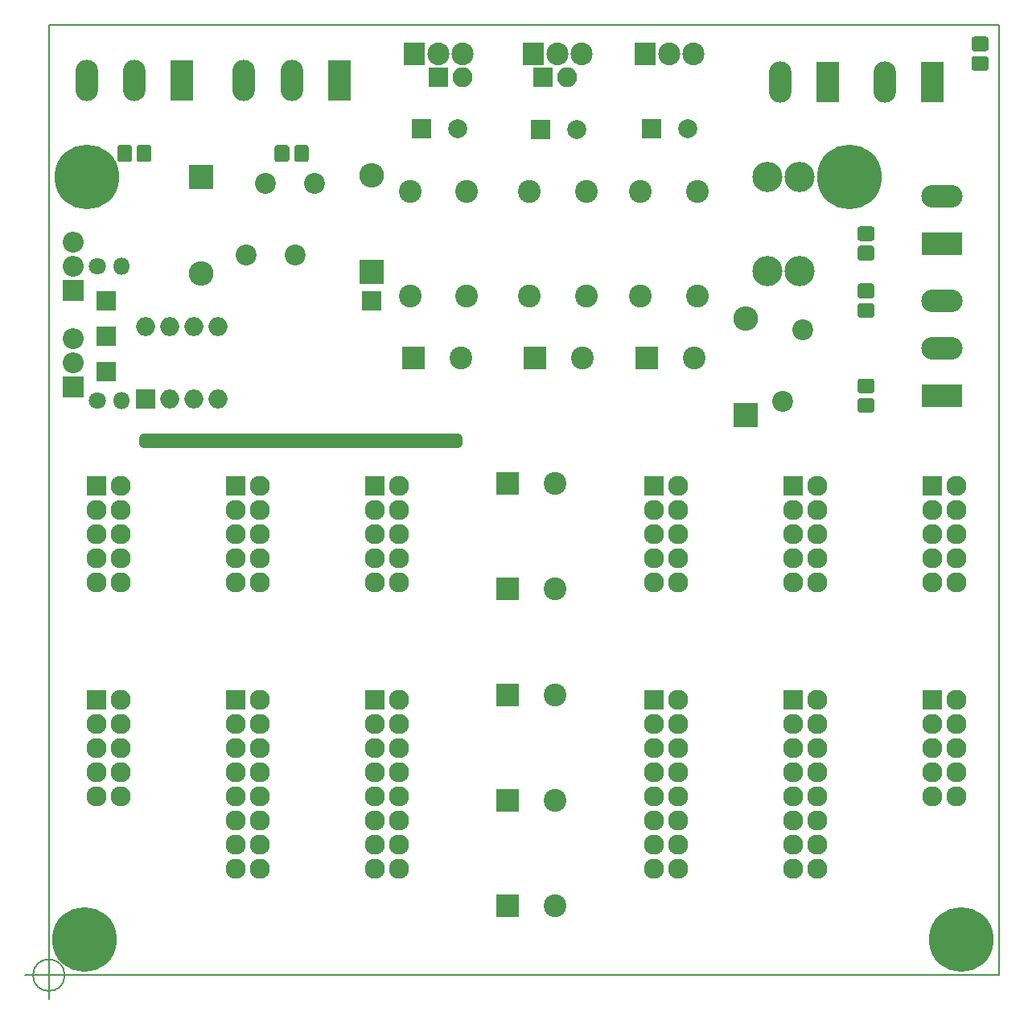
<source format=gbr>
%TF.GenerationSoftware,KiCad,Pcbnew,(5.0.0)*%
%TF.CreationDate,2019-01-09T00:45:42+01:00*%
%TF.ProjectId,KicadEuropower,4B696361644575726F706F7765722E6B,Rev A*%
%TF.SameCoordinates,Original*%
%TF.FileFunction,Soldermask,Top*%
%TF.FilePolarity,Negative*%
%FSLAX46Y46*%
G04 Gerber Fmt 4.6, Leading zero omitted, Abs format (unit mm)*
G04 Created by KiCad (PCBNEW (5.0.0)) date 01/09/19 00:45:42*
%MOMM*%
%LPD*%
G01*
G04 APERTURE LIST*
%ADD10C,1.000000*%
%ADD11C,0.150000*%
%ADD12C,0.200000*%
%ADD13C,1.200000*%
%ADD14C,6.800000*%
%ADD15C,3.180000*%
%ADD16R,2.127200X2.127200*%
%ADD17O,2.127200X2.127200*%
%ADD18C,2.200000*%
%ADD19C,2.000000*%
%ADD20R,2.000000X2.000000*%
%ADD21C,2.398980*%
%ADD22O,2.380000X4.360000*%
%ADD23R,2.380000X4.360000*%
%ADD24R,4.360000X2.380000*%
%ADD25O,4.360000X2.380000*%
%ADD26R,2.305000X2.400000*%
%ADD27O,2.305000X2.400000*%
%ADD28O,2.600000X2.600000*%
%ADD29R,2.600000X2.600000*%
%ADD30C,1.550000*%
%ADD31C,2.400000*%
%ADD32R,2.400000X2.400000*%
%ADD33O,2.200000X2.200000*%
%ADD34R,2.200000X2.200000*%
%ADD35O,1.800000X1.800000*%
%ADD36C,1.800000*%
%ADD37O,2.000000X2.000000*%
%ADD38R,2.100000X2.100000*%
%ADD39O,2.100000X2.100000*%
G04 APERTURE END LIST*
D10*
X10000000Y-44000000D02*
X10000000Y-43500000D01*
X43000000Y-44000000D02*
X10000000Y-44000000D01*
X43000000Y-43500000D02*
X43000000Y-44000000D01*
X10000000Y-43500000D02*
X43000000Y-43500000D01*
D11*
X1666666Y-100000000D02*
G75*
G03X1666666Y-100000000I-1666666J0D01*
G01*
X-2500000Y-100000000D02*
X2500000Y-100000000D01*
X0Y-97500000D02*
X0Y-102500000D01*
D12*
X100000000Y0D02*
X0Y0D01*
X100000000Y-100000000D02*
X100000000Y0D01*
X0Y-100000000D02*
X100000000Y-100000000D01*
X0Y0D02*
X0Y-100000000D01*
D13*
X85947056Y-14302944D03*
X84250000Y-13600000D03*
X82552944Y-14302944D03*
X81850000Y-16000000D03*
X82552944Y-17697056D03*
X84250000Y-18400000D03*
X85947056Y-17697056D03*
X86650000Y-16000000D03*
D14*
X84250000Y-16000000D03*
X4000000Y-16000000D03*
D13*
X6400000Y-16000000D03*
X5697056Y-17697056D03*
X4000000Y-18400000D03*
X2302944Y-17697056D03*
X1600000Y-16000000D03*
X2302944Y-14302944D03*
X4000000Y-13600000D03*
X5697056Y-14302944D03*
D14*
X96000000Y-96250000D03*
D13*
X98400000Y-96250000D03*
X97697056Y-97947056D03*
X96000000Y-98650000D03*
X94302944Y-97947056D03*
X93600000Y-96250000D03*
X94302944Y-94552944D03*
X96000000Y-93850000D03*
X97697056Y-94552944D03*
D15*
X79000000Y-16000000D03*
X75600000Y-16000000D03*
X79000000Y-25920000D03*
X75600000Y-25920000D03*
D16*
X78333330Y-48535001D03*
D17*
X80873330Y-48535001D03*
X78333330Y-51075001D03*
X80873330Y-51075001D03*
X78333330Y-53615001D03*
X80873330Y-53615001D03*
X78333330Y-56155001D03*
X80873330Y-56155001D03*
X78333330Y-58695001D03*
X80873330Y-58695001D03*
D16*
X63666664Y-71000000D03*
D17*
X66206664Y-71000000D03*
X63666664Y-73540000D03*
X66206664Y-73540000D03*
X63666664Y-76080000D03*
X66206664Y-76080000D03*
X63666664Y-78620000D03*
X66206664Y-78620000D03*
X63666664Y-81160000D03*
X66206664Y-81160000D03*
X63666664Y-83700000D03*
X66206664Y-83700000D03*
X63666664Y-86240000D03*
X66206664Y-86240000D03*
X63666664Y-88780000D03*
X66206664Y-88780000D03*
X95540000Y-58695001D03*
X93000000Y-58695001D03*
X95540000Y-56155001D03*
X93000000Y-56155001D03*
X95540000Y-53615001D03*
X93000000Y-53615001D03*
X95540000Y-51075001D03*
X93000000Y-51075001D03*
X95540000Y-48535001D03*
D16*
X93000000Y-48535001D03*
D17*
X22206666Y-88780000D03*
X19666666Y-88780000D03*
X22206666Y-86240000D03*
X19666666Y-86240000D03*
X22206666Y-83700000D03*
X19666666Y-83700000D03*
X22206666Y-81160000D03*
X19666666Y-81160000D03*
X22206666Y-78620000D03*
X19666666Y-78620000D03*
X22206666Y-76080000D03*
X19666666Y-76080000D03*
X22206666Y-73540000D03*
X19666666Y-73540000D03*
X22206666Y-71000000D03*
D16*
X19666666Y-71000000D03*
X93000000Y-71000000D03*
D17*
X95540000Y-71000000D03*
X93000000Y-73540000D03*
X95540000Y-73540000D03*
X93000000Y-76080000D03*
X95540000Y-76080000D03*
X93000000Y-78620000D03*
X95540000Y-78620000D03*
X93000000Y-81160000D03*
X95540000Y-81160000D03*
D16*
X34333332Y-71000000D03*
D17*
X36873332Y-71000000D03*
X34333332Y-73540000D03*
X36873332Y-73540000D03*
X34333332Y-76080000D03*
X36873332Y-76080000D03*
X34333332Y-78620000D03*
X36873332Y-78620000D03*
X34333332Y-81160000D03*
X36873332Y-81160000D03*
X34333332Y-83700000D03*
X36873332Y-83700000D03*
X34333332Y-86240000D03*
X36873332Y-86240000D03*
X34333332Y-88780000D03*
X36873332Y-88780000D03*
X7540000Y-58695001D03*
X5000000Y-58695001D03*
X7540000Y-56155001D03*
X5000000Y-56155001D03*
X7540000Y-53615001D03*
X5000000Y-53615001D03*
X7540000Y-51075001D03*
X5000000Y-51075001D03*
X7540000Y-48535001D03*
D16*
X5000000Y-48535001D03*
D17*
X80873330Y-88780000D03*
X78333330Y-88780000D03*
X80873330Y-86240000D03*
X78333330Y-86240000D03*
X80873330Y-83700000D03*
X78333330Y-83700000D03*
X80873330Y-81160000D03*
X78333330Y-81160000D03*
X80873330Y-78620000D03*
X78333330Y-78620000D03*
X80873330Y-76080000D03*
X78333330Y-76080000D03*
X80873330Y-73540000D03*
X78333330Y-73540000D03*
X80873330Y-71000000D03*
D16*
X78333330Y-71000000D03*
D17*
X66206664Y-58695001D03*
X63666664Y-58695001D03*
X66206664Y-56155001D03*
X63666664Y-56155001D03*
X66206664Y-53615001D03*
X63666664Y-53615001D03*
X66206664Y-51075001D03*
X63666664Y-51075001D03*
X66206664Y-48535001D03*
D16*
X63666664Y-48535001D03*
X19666666Y-48535001D03*
D17*
X22206666Y-48535001D03*
X19666666Y-51075001D03*
X22206666Y-51075001D03*
X19666666Y-53615001D03*
X22206666Y-53615001D03*
X19666666Y-56155001D03*
X22206666Y-56155001D03*
X19666666Y-58695001D03*
X22206666Y-58695001D03*
X7540000Y-81160000D03*
X5000000Y-81160000D03*
X7540000Y-78620000D03*
X5000000Y-78620000D03*
X7540000Y-76080000D03*
X5000000Y-76080000D03*
X7540000Y-73540000D03*
X5000000Y-73540000D03*
X7540000Y-71000000D03*
D16*
X5000000Y-71000000D03*
X34290000Y-48535001D03*
D17*
X36830000Y-48535001D03*
X34290000Y-51075001D03*
X36830000Y-51075001D03*
X34290000Y-53615001D03*
X36830000Y-53615001D03*
X34290000Y-56155001D03*
X36830000Y-56155001D03*
X34290000Y-58695001D03*
X36830000Y-58695001D03*
D18*
X79324696Y-32089161D03*
X77274696Y-39589161D03*
D19*
X55537349Y-11000000D03*
D20*
X51737349Y-11000000D03*
X63467349Y-10890000D03*
D19*
X67267349Y-10890000D03*
D20*
X39197349Y-10890000D03*
D19*
X42997349Y-10890000D03*
D21*
X56539740Y-28499100D03*
X56539740Y-17500900D03*
X50540260Y-28499100D03*
X50540260Y-17500900D03*
X68269740Y-28499100D03*
X68269740Y-17500900D03*
X62270260Y-28499100D03*
X62270260Y-17500900D03*
X38000260Y-17500900D03*
X38000260Y-28499100D03*
X43999740Y-17500900D03*
X43999740Y-28499100D03*
D22*
X77000000Y-6000000D03*
D23*
X82000000Y-6000000D03*
X93000000Y-6000000D03*
D22*
X88000000Y-6000000D03*
D24*
X94000000Y-23000000D03*
D25*
X94000000Y-18000000D03*
D23*
X14000000Y-5816585D03*
D22*
X9000000Y-5816585D03*
X4000000Y-5816585D03*
X20553224Y-5816585D03*
X25553224Y-5816585D03*
D23*
X30553224Y-5816585D03*
D24*
X94000000Y-39000000D03*
D25*
X94000000Y-34000000D03*
X94000000Y-29000000D03*
D18*
X28000000Y-16700000D03*
X25950000Y-24200000D03*
X22796854Y-16700000D03*
X20746854Y-24200000D03*
D26*
X51000000Y-3000000D03*
D27*
X53540000Y-3000000D03*
X56080000Y-3000000D03*
D26*
X62730000Y-3000000D03*
D27*
X65270000Y-3000000D03*
X67810000Y-3000000D03*
X43540000Y-3000000D03*
X41000000Y-3000000D03*
D26*
X38460000Y-3000000D03*
D28*
X34000000Y-15840000D03*
D29*
X34000000Y-26000000D03*
X73324696Y-41089161D03*
D28*
X73324696Y-30929161D03*
D11*
G36*
X98596071Y-3251623D02*
X98628781Y-3256475D01*
X98660857Y-3264509D01*
X98691991Y-3275649D01*
X98721884Y-3289787D01*
X98750247Y-3306787D01*
X98776807Y-3326485D01*
X98801308Y-3348692D01*
X98823515Y-3373193D01*
X98843213Y-3399753D01*
X98860213Y-3428116D01*
X98874351Y-3458009D01*
X98885491Y-3489143D01*
X98893525Y-3521219D01*
X98898377Y-3553929D01*
X98900000Y-3586956D01*
X98900000Y-4463044D01*
X98898377Y-4496071D01*
X98893525Y-4528781D01*
X98885491Y-4560857D01*
X98874351Y-4591991D01*
X98860213Y-4621884D01*
X98843213Y-4650247D01*
X98823515Y-4676807D01*
X98801308Y-4701308D01*
X98776807Y-4723515D01*
X98750247Y-4743213D01*
X98721884Y-4760213D01*
X98691991Y-4774351D01*
X98660857Y-4785491D01*
X98628781Y-4793525D01*
X98596071Y-4798377D01*
X98563044Y-4800000D01*
X97436956Y-4800000D01*
X97403929Y-4798377D01*
X97371219Y-4793525D01*
X97339143Y-4785491D01*
X97308009Y-4774351D01*
X97278116Y-4760213D01*
X97249753Y-4743213D01*
X97223193Y-4723515D01*
X97198692Y-4701308D01*
X97176485Y-4676807D01*
X97156787Y-4650247D01*
X97139787Y-4621884D01*
X97125649Y-4591991D01*
X97114509Y-4560857D01*
X97106475Y-4528781D01*
X97101623Y-4496071D01*
X97100000Y-4463044D01*
X97100000Y-3586956D01*
X97101623Y-3553929D01*
X97106475Y-3521219D01*
X97114509Y-3489143D01*
X97125649Y-3458009D01*
X97139787Y-3428116D01*
X97156787Y-3399753D01*
X97176485Y-3373193D01*
X97198692Y-3348692D01*
X97223193Y-3326485D01*
X97249753Y-3306787D01*
X97278116Y-3289787D01*
X97308009Y-3275649D01*
X97339143Y-3264509D01*
X97371219Y-3256475D01*
X97403929Y-3251623D01*
X97436956Y-3250000D01*
X98563044Y-3250000D01*
X98596071Y-3251623D01*
X98596071Y-3251623D01*
G37*
D30*
X98000000Y-4025000D03*
D11*
G36*
X98596071Y-1201623D02*
X98628781Y-1206475D01*
X98660857Y-1214509D01*
X98691991Y-1225649D01*
X98721884Y-1239787D01*
X98750247Y-1256787D01*
X98776807Y-1276485D01*
X98801308Y-1298692D01*
X98823515Y-1323193D01*
X98843213Y-1349753D01*
X98860213Y-1378116D01*
X98874351Y-1408009D01*
X98885491Y-1439143D01*
X98893525Y-1471219D01*
X98898377Y-1503929D01*
X98900000Y-1536956D01*
X98900000Y-2413044D01*
X98898377Y-2446071D01*
X98893525Y-2478781D01*
X98885491Y-2510857D01*
X98874351Y-2541991D01*
X98860213Y-2571884D01*
X98843213Y-2600247D01*
X98823515Y-2626807D01*
X98801308Y-2651308D01*
X98776807Y-2673515D01*
X98750247Y-2693213D01*
X98721884Y-2710213D01*
X98691991Y-2724351D01*
X98660857Y-2735491D01*
X98628781Y-2743525D01*
X98596071Y-2748377D01*
X98563044Y-2750000D01*
X97436956Y-2750000D01*
X97403929Y-2748377D01*
X97371219Y-2743525D01*
X97339143Y-2735491D01*
X97308009Y-2724351D01*
X97278116Y-2710213D01*
X97249753Y-2693213D01*
X97223193Y-2673515D01*
X97198692Y-2651308D01*
X97176485Y-2626807D01*
X97156787Y-2600247D01*
X97139787Y-2571884D01*
X97125649Y-2541991D01*
X97114509Y-2510857D01*
X97106475Y-2478781D01*
X97101623Y-2446071D01*
X97100000Y-2413044D01*
X97100000Y-1536956D01*
X97101623Y-1503929D01*
X97106475Y-1471219D01*
X97114509Y-1439143D01*
X97125649Y-1408009D01*
X97139787Y-1378116D01*
X97156787Y-1349753D01*
X97176485Y-1323193D01*
X97198692Y-1298692D01*
X97223193Y-1276485D01*
X97249753Y-1256787D01*
X97278116Y-1239787D01*
X97308009Y-1225649D01*
X97339143Y-1214509D01*
X97371219Y-1206475D01*
X97403929Y-1201623D01*
X97436956Y-1200000D01*
X98563044Y-1200000D01*
X98596071Y-1201623D01*
X98596071Y-1201623D01*
G37*
D30*
X98000000Y-1975000D03*
D11*
G36*
X24999295Y-12617569D02*
X25032005Y-12622421D01*
X25064081Y-12630455D01*
X25095215Y-12641595D01*
X25125108Y-12655733D01*
X25153471Y-12672733D01*
X25180031Y-12692431D01*
X25204532Y-12714638D01*
X25226739Y-12739139D01*
X25246437Y-12765699D01*
X25263437Y-12794062D01*
X25277575Y-12823955D01*
X25288715Y-12855089D01*
X25296749Y-12887165D01*
X25301601Y-12919875D01*
X25303224Y-12952902D01*
X25303224Y-14078990D01*
X25301601Y-14112017D01*
X25296749Y-14144727D01*
X25288715Y-14176803D01*
X25277575Y-14207937D01*
X25263437Y-14237830D01*
X25246437Y-14266193D01*
X25226739Y-14292753D01*
X25204532Y-14317254D01*
X25180031Y-14339461D01*
X25153471Y-14359159D01*
X25125108Y-14376159D01*
X25095215Y-14390297D01*
X25064081Y-14401437D01*
X25032005Y-14409471D01*
X24999295Y-14414323D01*
X24966268Y-14415946D01*
X24090180Y-14415946D01*
X24057153Y-14414323D01*
X24024443Y-14409471D01*
X23992367Y-14401437D01*
X23961233Y-14390297D01*
X23931340Y-14376159D01*
X23902977Y-14359159D01*
X23876417Y-14339461D01*
X23851916Y-14317254D01*
X23829709Y-14292753D01*
X23810011Y-14266193D01*
X23793011Y-14237830D01*
X23778873Y-14207937D01*
X23767733Y-14176803D01*
X23759699Y-14144727D01*
X23754847Y-14112017D01*
X23753224Y-14078990D01*
X23753224Y-12952902D01*
X23754847Y-12919875D01*
X23759699Y-12887165D01*
X23767733Y-12855089D01*
X23778873Y-12823955D01*
X23793011Y-12794062D01*
X23810011Y-12765699D01*
X23829709Y-12739139D01*
X23851916Y-12714638D01*
X23876417Y-12692431D01*
X23902977Y-12672733D01*
X23931340Y-12655733D01*
X23961233Y-12641595D01*
X23992367Y-12630455D01*
X24024443Y-12622421D01*
X24057153Y-12617569D01*
X24090180Y-12615946D01*
X24966268Y-12615946D01*
X24999295Y-12617569D01*
X24999295Y-12617569D01*
G37*
D30*
X24528224Y-13515946D03*
D11*
G36*
X27049295Y-12617569D02*
X27082005Y-12622421D01*
X27114081Y-12630455D01*
X27145215Y-12641595D01*
X27175108Y-12655733D01*
X27203471Y-12672733D01*
X27230031Y-12692431D01*
X27254532Y-12714638D01*
X27276739Y-12739139D01*
X27296437Y-12765699D01*
X27313437Y-12794062D01*
X27327575Y-12823955D01*
X27338715Y-12855089D01*
X27346749Y-12887165D01*
X27351601Y-12919875D01*
X27353224Y-12952902D01*
X27353224Y-14078990D01*
X27351601Y-14112017D01*
X27346749Y-14144727D01*
X27338715Y-14176803D01*
X27327575Y-14207937D01*
X27313437Y-14237830D01*
X27296437Y-14266193D01*
X27276739Y-14292753D01*
X27254532Y-14317254D01*
X27230031Y-14339461D01*
X27203471Y-14359159D01*
X27175108Y-14376159D01*
X27145215Y-14390297D01*
X27114081Y-14401437D01*
X27082005Y-14409471D01*
X27049295Y-14414323D01*
X27016268Y-14415946D01*
X26140180Y-14415946D01*
X26107153Y-14414323D01*
X26074443Y-14409471D01*
X26042367Y-14401437D01*
X26011233Y-14390297D01*
X25981340Y-14376159D01*
X25952977Y-14359159D01*
X25926417Y-14339461D01*
X25901916Y-14317254D01*
X25879709Y-14292753D01*
X25860011Y-14266193D01*
X25843011Y-14237830D01*
X25828873Y-14207937D01*
X25817733Y-14176803D01*
X25809699Y-14144727D01*
X25804847Y-14112017D01*
X25803224Y-14078990D01*
X25803224Y-12952902D01*
X25804847Y-12919875D01*
X25809699Y-12887165D01*
X25817733Y-12855089D01*
X25828873Y-12823955D01*
X25843011Y-12794062D01*
X25860011Y-12765699D01*
X25879709Y-12739139D01*
X25901916Y-12714638D01*
X25926417Y-12692431D01*
X25952977Y-12672733D01*
X25981340Y-12655733D01*
X26011233Y-12641595D01*
X26042367Y-12630455D01*
X26074443Y-12622421D01*
X26107153Y-12617569D01*
X26140180Y-12615946D01*
X27016268Y-12615946D01*
X27049295Y-12617569D01*
X27049295Y-12617569D01*
G37*
D30*
X26578224Y-13515946D03*
D11*
G36*
X10496071Y-12617569D02*
X10528781Y-12622421D01*
X10560857Y-12630455D01*
X10591991Y-12641595D01*
X10621884Y-12655733D01*
X10650247Y-12672733D01*
X10676807Y-12692431D01*
X10701308Y-12714638D01*
X10723515Y-12739139D01*
X10743213Y-12765699D01*
X10760213Y-12794062D01*
X10774351Y-12823955D01*
X10785491Y-12855089D01*
X10793525Y-12887165D01*
X10798377Y-12919875D01*
X10800000Y-12952902D01*
X10800000Y-14078990D01*
X10798377Y-14112017D01*
X10793525Y-14144727D01*
X10785491Y-14176803D01*
X10774351Y-14207937D01*
X10760213Y-14237830D01*
X10743213Y-14266193D01*
X10723515Y-14292753D01*
X10701308Y-14317254D01*
X10676807Y-14339461D01*
X10650247Y-14359159D01*
X10621884Y-14376159D01*
X10591991Y-14390297D01*
X10560857Y-14401437D01*
X10528781Y-14409471D01*
X10496071Y-14414323D01*
X10463044Y-14415946D01*
X9586956Y-14415946D01*
X9553929Y-14414323D01*
X9521219Y-14409471D01*
X9489143Y-14401437D01*
X9458009Y-14390297D01*
X9428116Y-14376159D01*
X9399753Y-14359159D01*
X9373193Y-14339461D01*
X9348692Y-14317254D01*
X9326485Y-14292753D01*
X9306787Y-14266193D01*
X9289787Y-14237830D01*
X9275649Y-14207937D01*
X9264509Y-14176803D01*
X9256475Y-14144727D01*
X9251623Y-14112017D01*
X9250000Y-14078990D01*
X9250000Y-12952902D01*
X9251623Y-12919875D01*
X9256475Y-12887165D01*
X9264509Y-12855089D01*
X9275649Y-12823955D01*
X9289787Y-12794062D01*
X9306787Y-12765699D01*
X9326485Y-12739139D01*
X9348692Y-12714638D01*
X9373193Y-12692431D01*
X9399753Y-12672733D01*
X9428116Y-12655733D01*
X9458009Y-12641595D01*
X9489143Y-12630455D01*
X9521219Y-12622421D01*
X9553929Y-12617569D01*
X9586956Y-12615946D01*
X10463044Y-12615946D01*
X10496071Y-12617569D01*
X10496071Y-12617569D01*
G37*
D30*
X10025000Y-13515946D03*
D11*
G36*
X8446071Y-12617569D02*
X8478781Y-12622421D01*
X8510857Y-12630455D01*
X8541991Y-12641595D01*
X8571884Y-12655733D01*
X8600247Y-12672733D01*
X8626807Y-12692431D01*
X8651308Y-12714638D01*
X8673515Y-12739139D01*
X8693213Y-12765699D01*
X8710213Y-12794062D01*
X8724351Y-12823955D01*
X8735491Y-12855089D01*
X8743525Y-12887165D01*
X8748377Y-12919875D01*
X8750000Y-12952902D01*
X8750000Y-14078990D01*
X8748377Y-14112017D01*
X8743525Y-14144727D01*
X8735491Y-14176803D01*
X8724351Y-14207937D01*
X8710213Y-14237830D01*
X8693213Y-14266193D01*
X8673515Y-14292753D01*
X8651308Y-14317254D01*
X8626807Y-14339461D01*
X8600247Y-14359159D01*
X8571884Y-14376159D01*
X8541991Y-14390297D01*
X8510857Y-14401437D01*
X8478781Y-14409471D01*
X8446071Y-14414323D01*
X8413044Y-14415946D01*
X7536956Y-14415946D01*
X7503929Y-14414323D01*
X7471219Y-14409471D01*
X7439143Y-14401437D01*
X7408009Y-14390297D01*
X7378116Y-14376159D01*
X7349753Y-14359159D01*
X7323193Y-14339461D01*
X7298692Y-14317254D01*
X7276485Y-14292753D01*
X7256787Y-14266193D01*
X7239787Y-14237830D01*
X7225649Y-14207937D01*
X7214509Y-14176803D01*
X7206475Y-14144727D01*
X7201623Y-14112017D01*
X7200000Y-14078990D01*
X7200000Y-12952902D01*
X7201623Y-12919875D01*
X7206475Y-12887165D01*
X7214509Y-12855089D01*
X7225649Y-12823955D01*
X7239787Y-12794062D01*
X7256787Y-12765699D01*
X7276485Y-12739139D01*
X7298692Y-12714638D01*
X7323193Y-12692431D01*
X7349753Y-12672733D01*
X7378116Y-12655733D01*
X7408009Y-12641595D01*
X7439143Y-12630455D01*
X7471219Y-12622421D01*
X7503929Y-12617569D01*
X7536956Y-12615946D01*
X8413044Y-12615946D01*
X8446071Y-12617569D01*
X8446071Y-12617569D01*
G37*
D30*
X7975000Y-13515946D03*
D29*
X16000000Y-16000000D03*
D28*
X16000000Y-26160000D03*
D11*
G36*
X86596071Y-37201623D02*
X86628781Y-37206475D01*
X86660857Y-37214509D01*
X86691991Y-37225649D01*
X86721884Y-37239787D01*
X86750247Y-37256787D01*
X86776807Y-37276485D01*
X86801308Y-37298692D01*
X86823515Y-37323193D01*
X86843213Y-37349753D01*
X86860213Y-37378116D01*
X86874351Y-37408009D01*
X86885491Y-37439143D01*
X86893525Y-37471219D01*
X86898377Y-37503929D01*
X86900000Y-37536956D01*
X86900000Y-38413044D01*
X86898377Y-38446071D01*
X86893525Y-38478781D01*
X86885491Y-38510857D01*
X86874351Y-38541991D01*
X86860213Y-38571884D01*
X86843213Y-38600247D01*
X86823515Y-38626807D01*
X86801308Y-38651308D01*
X86776807Y-38673515D01*
X86750247Y-38693213D01*
X86721884Y-38710213D01*
X86691991Y-38724351D01*
X86660857Y-38735491D01*
X86628781Y-38743525D01*
X86596071Y-38748377D01*
X86563044Y-38750000D01*
X85436956Y-38750000D01*
X85403929Y-38748377D01*
X85371219Y-38743525D01*
X85339143Y-38735491D01*
X85308009Y-38724351D01*
X85278116Y-38710213D01*
X85249753Y-38693213D01*
X85223193Y-38673515D01*
X85198692Y-38651308D01*
X85176485Y-38626807D01*
X85156787Y-38600247D01*
X85139787Y-38571884D01*
X85125649Y-38541991D01*
X85114509Y-38510857D01*
X85106475Y-38478781D01*
X85101623Y-38446071D01*
X85100000Y-38413044D01*
X85100000Y-37536956D01*
X85101623Y-37503929D01*
X85106475Y-37471219D01*
X85114509Y-37439143D01*
X85125649Y-37408009D01*
X85139787Y-37378116D01*
X85156787Y-37349753D01*
X85176485Y-37323193D01*
X85198692Y-37298692D01*
X85223193Y-37276485D01*
X85249753Y-37256787D01*
X85278116Y-37239787D01*
X85308009Y-37225649D01*
X85339143Y-37214509D01*
X85371219Y-37206475D01*
X85403929Y-37201623D01*
X85436956Y-37200000D01*
X86563044Y-37200000D01*
X86596071Y-37201623D01*
X86596071Y-37201623D01*
G37*
D30*
X86000000Y-37975000D03*
D11*
G36*
X86596071Y-39251623D02*
X86628781Y-39256475D01*
X86660857Y-39264509D01*
X86691991Y-39275649D01*
X86721884Y-39289787D01*
X86750247Y-39306787D01*
X86776807Y-39326485D01*
X86801308Y-39348692D01*
X86823515Y-39373193D01*
X86843213Y-39399753D01*
X86860213Y-39428116D01*
X86874351Y-39458009D01*
X86885491Y-39489143D01*
X86893525Y-39521219D01*
X86898377Y-39553929D01*
X86900000Y-39586956D01*
X86900000Y-40463044D01*
X86898377Y-40496071D01*
X86893525Y-40528781D01*
X86885491Y-40560857D01*
X86874351Y-40591991D01*
X86860213Y-40621884D01*
X86843213Y-40650247D01*
X86823515Y-40676807D01*
X86801308Y-40701308D01*
X86776807Y-40723515D01*
X86750247Y-40743213D01*
X86721884Y-40760213D01*
X86691991Y-40774351D01*
X86660857Y-40785491D01*
X86628781Y-40793525D01*
X86596071Y-40798377D01*
X86563044Y-40800000D01*
X85436956Y-40800000D01*
X85403929Y-40798377D01*
X85371219Y-40793525D01*
X85339143Y-40785491D01*
X85308009Y-40774351D01*
X85278116Y-40760213D01*
X85249753Y-40743213D01*
X85223193Y-40723515D01*
X85198692Y-40701308D01*
X85176485Y-40676807D01*
X85156787Y-40650247D01*
X85139787Y-40621884D01*
X85125649Y-40591991D01*
X85114509Y-40560857D01*
X85106475Y-40528781D01*
X85101623Y-40496071D01*
X85100000Y-40463044D01*
X85100000Y-39586956D01*
X85101623Y-39553929D01*
X85106475Y-39521219D01*
X85114509Y-39489143D01*
X85125649Y-39458009D01*
X85139787Y-39428116D01*
X85156787Y-39399753D01*
X85176485Y-39373193D01*
X85198692Y-39348692D01*
X85223193Y-39326485D01*
X85249753Y-39306787D01*
X85278116Y-39289787D01*
X85308009Y-39275649D01*
X85339143Y-39264509D01*
X85371219Y-39256475D01*
X85403929Y-39251623D01*
X85436956Y-39250000D01*
X86563044Y-39250000D01*
X86596071Y-39251623D01*
X86596071Y-39251623D01*
G37*
D30*
X86000000Y-40025000D03*
D11*
G36*
X86596071Y-29251623D02*
X86628781Y-29256475D01*
X86660857Y-29264509D01*
X86691991Y-29275649D01*
X86721884Y-29289787D01*
X86750247Y-29306787D01*
X86776807Y-29326485D01*
X86801308Y-29348692D01*
X86823515Y-29373193D01*
X86843213Y-29399753D01*
X86860213Y-29428116D01*
X86874351Y-29458009D01*
X86885491Y-29489143D01*
X86893525Y-29521219D01*
X86898377Y-29553929D01*
X86900000Y-29586956D01*
X86900000Y-30463044D01*
X86898377Y-30496071D01*
X86893525Y-30528781D01*
X86885491Y-30560857D01*
X86874351Y-30591991D01*
X86860213Y-30621884D01*
X86843213Y-30650247D01*
X86823515Y-30676807D01*
X86801308Y-30701308D01*
X86776807Y-30723515D01*
X86750247Y-30743213D01*
X86721884Y-30760213D01*
X86691991Y-30774351D01*
X86660857Y-30785491D01*
X86628781Y-30793525D01*
X86596071Y-30798377D01*
X86563044Y-30800000D01*
X85436956Y-30800000D01*
X85403929Y-30798377D01*
X85371219Y-30793525D01*
X85339143Y-30785491D01*
X85308009Y-30774351D01*
X85278116Y-30760213D01*
X85249753Y-30743213D01*
X85223193Y-30723515D01*
X85198692Y-30701308D01*
X85176485Y-30676807D01*
X85156787Y-30650247D01*
X85139787Y-30621884D01*
X85125649Y-30591991D01*
X85114509Y-30560857D01*
X85106475Y-30528781D01*
X85101623Y-30496071D01*
X85100000Y-30463044D01*
X85100000Y-29586956D01*
X85101623Y-29553929D01*
X85106475Y-29521219D01*
X85114509Y-29489143D01*
X85125649Y-29458009D01*
X85139787Y-29428116D01*
X85156787Y-29399753D01*
X85176485Y-29373193D01*
X85198692Y-29348692D01*
X85223193Y-29326485D01*
X85249753Y-29306787D01*
X85278116Y-29289787D01*
X85308009Y-29275649D01*
X85339143Y-29264509D01*
X85371219Y-29256475D01*
X85403929Y-29251623D01*
X85436956Y-29250000D01*
X86563044Y-29250000D01*
X86596071Y-29251623D01*
X86596071Y-29251623D01*
G37*
D30*
X86000000Y-30025000D03*
D11*
G36*
X86596071Y-27201623D02*
X86628781Y-27206475D01*
X86660857Y-27214509D01*
X86691991Y-27225649D01*
X86721884Y-27239787D01*
X86750247Y-27256787D01*
X86776807Y-27276485D01*
X86801308Y-27298692D01*
X86823515Y-27323193D01*
X86843213Y-27349753D01*
X86860213Y-27378116D01*
X86874351Y-27408009D01*
X86885491Y-27439143D01*
X86893525Y-27471219D01*
X86898377Y-27503929D01*
X86900000Y-27536956D01*
X86900000Y-28413044D01*
X86898377Y-28446071D01*
X86893525Y-28478781D01*
X86885491Y-28510857D01*
X86874351Y-28541991D01*
X86860213Y-28571884D01*
X86843213Y-28600247D01*
X86823515Y-28626807D01*
X86801308Y-28651308D01*
X86776807Y-28673515D01*
X86750247Y-28693213D01*
X86721884Y-28710213D01*
X86691991Y-28724351D01*
X86660857Y-28735491D01*
X86628781Y-28743525D01*
X86596071Y-28748377D01*
X86563044Y-28750000D01*
X85436956Y-28750000D01*
X85403929Y-28748377D01*
X85371219Y-28743525D01*
X85339143Y-28735491D01*
X85308009Y-28724351D01*
X85278116Y-28710213D01*
X85249753Y-28693213D01*
X85223193Y-28673515D01*
X85198692Y-28651308D01*
X85176485Y-28626807D01*
X85156787Y-28600247D01*
X85139787Y-28571884D01*
X85125649Y-28541991D01*
X85114509Y-28510857D01*
X85106475Y-28478781D01*
X85101623Y-28446071D01*
X85100000Y-28413044D01*
X85100000Y-27536956D01*
X85101623Y-27503929D01*
X85106475Y-27471219D01*
X85114509Y-27439143D01*
X85125649Y-27408009D01*
X85139787Y-27378116D01*
X85156787Y-27349753D01*
X85176485Y-27323193D01*
X85198692Y-27298692D01*
X85223193Y-27276485D01*
X85249753Y-27256787D01*
X85278116Y-27239787D01*
X85308009Y-27225649D01*
X85339143Y-27214509D01*
X85371219Y-27206475D01*
X85403929Y-27201623D01*
X85436956Y-27200000D01*
X86563044Y-27200000D01*
X86596071Y-27201623D01*
X86596071Y-27201623D01*
G37*
D30*
X86000000Y-27975000D03*
D11*
G36*
X86596071Y-23226623D02*
X86628781Y-23231475D01*
X86660857Y-23239509D01*
X86691991Y-23250649D01*
X86721884Y-23264787D01*
X86750247Y-23281787D01*
X86776807Y-23301485D01*
X86801308Y-23323692D01*
X86823515Y-23348193D01*
X86843213Y-23374753D01*
X86860213Y-23403116D01*
X86874351Y-23433009D01*
X86885491Y-23464143D01*
X86893525Y-23496219D01*
X86898377Y-23528929D01*
X86900000Y-23561956D01*
X86900000Y-24438044D01*
X86898377Y-24471071D01*
X86893525Y-24503781D01*
X86885491Y-24535857D01*
X86874351Y-24566991D01*
X86860213Y-24596884D01*
X86843213Y-24625247D01*
X86823515Y-24651807D01*
X86801308Y-24676308D01*
X86776807Y-24698515D01*
X86750247Y-24718213D01*
X86721884Y-24735213D01*
X86691991Y-24749351D01*
X86660857Y-24760491D01*
X86628781Y-24768525D01*
X86596071Y-24773377D01*
X86563044Y-24775000D01*
X85436956Y-24775000D01*
X85403929Y-24773377D01*
X85371219Y-24768525D01*
X85339143Y-24760491D01*
X85308009Y-24749351D01*
X85278116Y-24735213D01*
X85249753Y-24718213D01*
X85223193Y-24698515D01*
X85198692Y-24676308D01*
X85176485Y-24651807D01*
X85156787Y-24625247D01*
X85139787Y-24596884D01*
X85125649Y-24566991D01*
X85114509Y-24535857D01*
X85106475Y-24503781D01*
X85101623Y-24471071D01*
X85100000Y-24438044D01*
X85100000Y-23561956D01*
X85101623Y-23528929D01*
X85106475Y-23496219D01*
X85114509Y-23464143D01*
X85125649Y-23433009D01*
X85139787Y-23403116D01*
X85156787Y-23374753D01*
X85176485Y-23348193D01*
X85198692Y-23323692D01*
X85223193Y-23301485D01*
X85249753Y-23281787D01*
X85278116Y-23264787D01*
X85308009Y-23250649D01*
X85339143Y-23239509D01*
X85371219Y-23231475D01*
X85403929Y-23226623D01*
X85436956Y-23225000D01*
X86563044Y-23225000D01*
X86596071Y-23226623D01*
X86596071Y-23226623D01*
G37*
D30*
X86000000Y-24000000D03*
D11*
G36*
X86596071Y-21176623D02*
X86628781Y-21181475D01*
X86660857Y-21189509D01*
X86691991Y-21200649D01*
X86721884Y-21214787D01*
X86750247Y-21231787D01*
X86776807Y-21251485D01*
X86801308Y-21273692D01*
X86823515Y-21298193D01*
X86843213Y-21324753D01*
X86860213Y-21353116D01*
X86874351Y-21383009D01*
X86885491Y-21414143D01*
X86893525Y-21446219D01*
X86898377Y-21478929D01*
X86900000Y-21511956D01*
X86900000Y-22388044D01*
X86898377Y-22421071D01*
X86893525Y-22453781D01*
X86885491Y-22485857D01*
X86874351Y-22516991D01*
X86860213Y-22546884D01*
X86843213Y-22575247D01*
X86823515Y-22601807D01*
X86801308Y-22626308D01*
X86776807Y-22648515D01*
X86750247Y-22668213D01*
X86721884Y-22685213D01*
X86691991Y-22699351D01*
X86660857Y-22710491D01*
X86628781Y-22718525D01*
X86596071Y-22723377D01*
X86563044Y-22725000D01*
X85436956Y-22725000D01*
X85403929Y-22723377D01*
X85371219Y-22718525D01*
X85339143Y-22710491D01*
X85308009Y-22699351D01*
X85278116Y-22685213D01*
X85249753Y-22668213D01*
X85223193Y-22648515D01*
X85198692Y-22626308D01*
X85176485Y-22601807D01*
X85156787Y-22575247D01*
X85139787Y-22546884D01*
X85125649Y-22516991D01*
X85114509Y-22485857D01*
X85106475Y-22453781D01*
X85101623Y-22421071D01*
X85100000Y-22388044D01*
X85100000Y-21511956D01*
X85101623Y-21478929D01*
X85106475Y-21446219D01*
X85114509Y-21414143D01*
X85125649Y-21383009D01*
X85139787Y-21353116D01*
X85156787Y-21324753D01*
X85176485Y-21298193D01*
X85198692Y-21273692D01*
X85223193Y-21251485D01*
X85249753Y-21231787D01*
X85278116Y-21214787D01*
X85308009Y-21200649D01*
X85339143Y-21189509D01*
X85371219Y-21181475D01*
X85403929Y-21176623D01*
X85436956Y-21175000D01*
X86563044Y-21175000D01*
X86596071Y-21176623D01*
X86596071Y-21176623D01*
G37*
D30*
X86000000Y-21950000D03*
D31*
X56172323Y-35000000D03*
D32*
X51172323Y-35000000D03*
X62902323Y-35020000D03*
D31*
X67902323Y-35020000D03*
D32*
X48260000Y-59372500D03*
D31*
X53260000Y-59372500D03*
X53260000Y-81597500D03*
D32*
X48260000Y-81597500D03*
D31*
X53260000Y-92710000D03*
D32*
X48260000Y-92710000D03*
X38370000Y-35020000D03*
D31*
X43370000Y-35020000D03*
X53260000Y-48260000D03*
D32*
X48260000Y-48260000D03*
X48260000Y-70485000D03*
D31*
X53260000Y-70485000D03*
D33*
X2540000Y-22860000D03*
X2540000Y-25400000D03*
D34*
X2540000Y-27940000D03*
X2540000Y-38100000D03*
D33*
X2540000Y-35560000D03*
X2540000Y-33020000D03*
D35*
X7620000Y-25400000D03*
D36*
X5080000Y-25400000D03*
X5080000Y-39500000D03*
D35*
X7620000Y-39500000D03*
D20*
X10160000Y-39370000D03*
D37*
X17780000Y-31750000D03*
X12700000Y-39370000D03*
X15240000Y-31750000D03*
X15240000Y-39370000D03*
X12700000Y-31750000D03*
X17780000Y-39370000D03*
X10160000Y-31750000D03*
D13*
X5447056Y-94552944D03*
X3750000Y-93850000D03*
X2052944Y-94552944D03*
X1350000Y-96250000D03*
X2052944Y-97947056D03*
X3750000Y-98650000D03*
X5447056Y-97947056D03*
X6150000Y-96250000D03*
D14*
X3750000Y-96250000D03*
D38*
X34000000Y-29000000D03*
X6000000Y-29000000D03*
X6000000Y-32750000D03*
X6000000Y-36500000D03*
D39*
X54540000Y-5500000D03*
D38*
X52000000Y-5500000D03*
X41000000Y-5500000D03*
D39*
X43540000Y-5500000D03*
M02*

</source>
